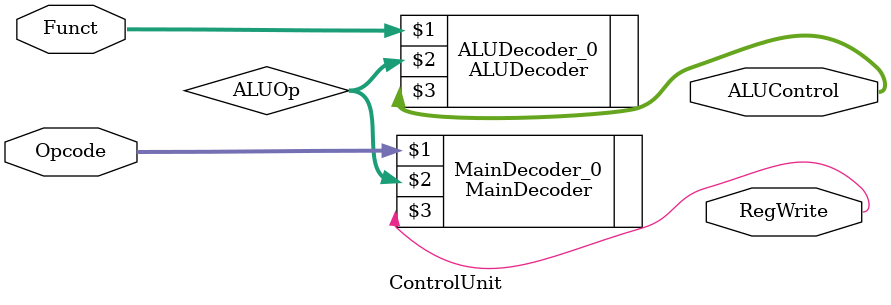
<source format=v>


`include "constants.h"

`timescale 1ns/1ps

module ControlUnit (Opcode, Funct, ALUControl, RegWrite);
    input wire [5:0] Opcode;
    input wire [5:0] Funct;
    output wire [3:0] ALUControl;
    output wire RegWrite;
    wire [1:0] ALUOp;

    // MainDecoder (Opcode, ALUOp, RegWrite);
    MainDecoder MainDecoder_0 (Opcode, ALUOp, RegWrite);

    // ALUDecoder (Funct, ALUOp, ALUControl);
    ALUDecoder ALUDecoder_0 (Funct, ALUOp, ALUControl);
endmodule

</source>
